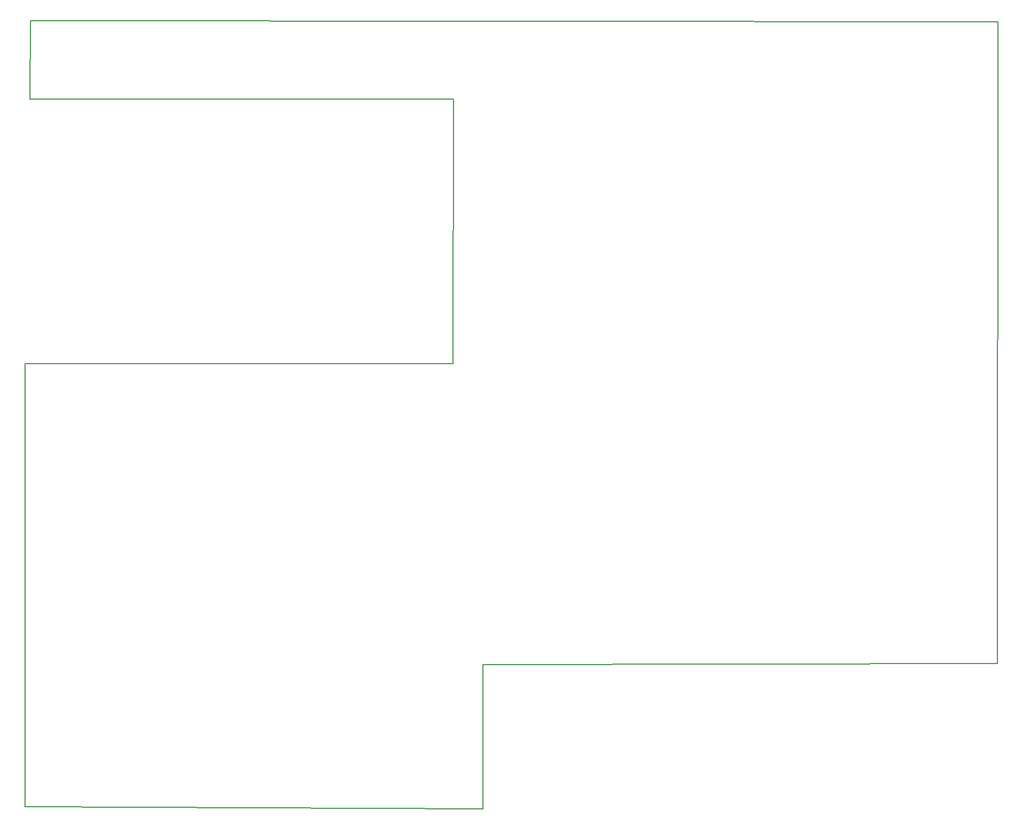
<source format=gbr>
%TF.GenerationSoftware,KiCad,Pcbnew,7.0.10*%
%TF.CreationDate,2024-12-05T21:17:43+05:30*%
%TF.ProjectId,remote_v2,72656d6f-7465-45f7-9632-2e6b69636164,rev?*%
%TF.SameCoordinates,Original*%
%TF.FileFunction,Profile,NP*%
%FSLAX46Y46*%
G04 Gerber Fmt 4.6, Leading zero omitted, Abs format (unit mm)*
G04 Created by KiCad (PCBNEW 7.0.10) date 2024-12-05 21:17:43*
%MOMM*%
%LPD*%
G01*
G04 APERTURE LIST*
%TA.AperFunction,Profile*%
%ADD10C,0.200000*%
%TD*%
G04 APERTURE END LIST*
D10*
X123230000Y-52060000D02*
X123230000Y-52060000D01*
X207780000Y-139900000D02*
X127830000Y-140030000D01*
X127830000Y-140030000D02*
X127830000Y-162430000D01*
X57440000Y-39840000D02*
X207900000Y-40000000D01*
X57390000Y-52040000D02*
X57440000Y-39840000D01*
X123190000Y-93210000D02*
X123230000Y-52060000D01*
X127830000Y-162430000D02*
X56630000Y-162150000D01*
X56630000Y-162150000D02*
X56600000Y-93250000D01*
X57390000Y-52040000D02*
X123230000Y-52060000D01*
X56600000Y-93250000D02*
X123190000Y-93210000D01*
X207900000Y-40000000D02*
X207780000Y-139900000D01*
M02*

</source>
